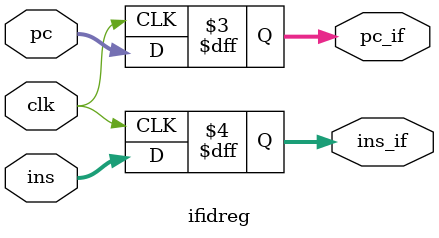
<source format=v>
module ifidreg(clk, pc, ins, pc_if, ins_if);

    input clk;
    input [31:0] pc, ins;

    output reg [31:0] pc_if, ins_if;

    initial 
    begin
        pc_if       <= 0;
        ins_if      <= 0; 
    end

    always @(posedge clk) 
    begin
        pc_if       <=  pc;
        ins_if      <= ins; 
    end

endmodule
</source>
